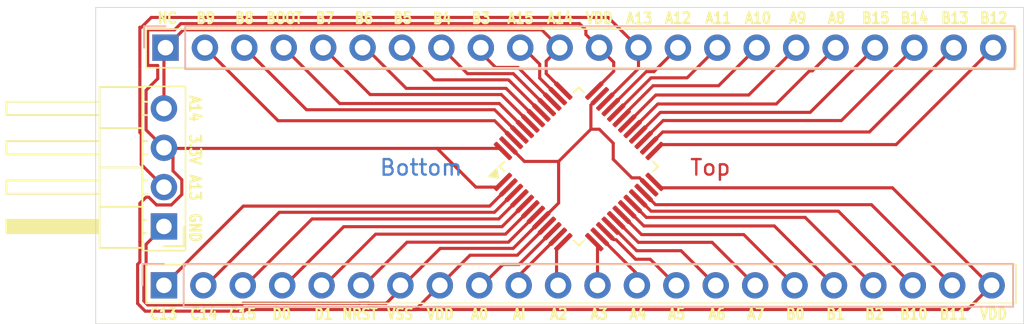
<source format=kicad_pcb>
(kicad_pcb (version 20241229) (generator "pcbnew") (generator_version "9.0")
  (layers (0 "F.Cu" signal) (2 "B.Cu" signal) (13 "F.Paste" user) (15 "B.Paste" user) (5 "F.SilkS" user "F.Silkscreen") (7 "B.SilkS" user "B.Silkscreen") (1 "F.Mask" user) (3 "B.Mask" user) (25 "Edge.Cuts" user))
  (net 0 "")
  (net 1 "/PB11")
  (net 2 "/PB0")
  (net 3 "/PC13-TAMPER-RT C")
  (net 4 "/PA3")
  (net 5 "/PA0")
  (net 6 "/PA4")
  (net 7 "/PC15_OSC32_OUT")
  (net 8 "/PD0_OSC_IN")
  (net 9 "/PB10")
  (net 10 "/PB2")
  (net 11 "/NRST")
  (net 12 "/PA6")
  (net 13 "/PD1_OSC_OUT")
  (net 14 "/PA2")
  (net 15 "/PA1")
  (net 16 "/PB1")
  (net 17 "/PC14_OSC32_IN")
  (net 18 "/PA5")
  (net 19 "/PA7")
  (net 20 "/PB9")
  (net 21 "/PB4")
  (net 22 "/PB12")
  (net 23 "/PB13")
  (net 24 "/PB3")
  (net 25 "/BOOT0")
  (net 26 "/PB8")
  (net 27 "/PA12")
  (net 28 "/PB5")
  (net 29 "/PA11")
  (net 30 "/PA8")
  (net 31 "/PA9")
  (net 32 "/PB7")
  (net 33 "/PB14")
  (net 34 "/PA10")
  (net 35 "/PB6")
  (net 36 "/PB15")
  (net 37 "/PA15")
  (net 38 "/PA13")
  (net 39 "/PA14")
  (net 40 "/VDD")
  (net 41 "/VSS")
  (footprint "Package_QFP:LQFP-48_7x7mm_P0.5mm" (layer "F.Cu") (at 132.907641 101.841422 45)
    (property "Reference" "U1" (hide yes))
    (property "Value" "STM32F103C8T6" (hide yes))
    (fp_line (start -3.61 -3.61) (end -3.61 -3.16) (stroke (width 0.12)) (layer "F.SilkS"))
    (fp_line (start -3.16 -3.61) (end -3.61 -3.61) (stroke (width 0.12)) (layer "F.SilkS"))
    (fp_line (start 3.16 -3.61) (end 3.61 -3.61) (stroke (width 0.12)) (layer "F.SilkS"))
    (fp_line (start 3.61 -3.61) (end 3.61 -3.16) (stroke (width 0.12)) (layer "F.SilkS"))
    (fp_line (start -3.61 3.61) (end -3.61 3.16) (stroke (width 0.12)) (layer "F.SilkS"))
    (fp_line (start -3.16 3.61) (end -3.61 3.61) (stroke (width 0.12)) (layer "F.SilkS"))
    (fp_line (start 3.16 3.61) (end 3.61 3.61) (stroke (width 0.12)) (layer "F.SilkS"))
    (fp_line (start 3.61 3.61) (end 3.61 3.16) (stroke (width 0.12)) (layer "F.SilkS"))
    (fp_poly (pts (xy -4.2 -3.16) (xy -4.54 -3.63) (xy -3.86 -3.63)) (stroke (width 0.12)) (fill yes) (layer "F.SilkS"))
    (pad "1" smd roundrect (at -4.1625 -2.75 45) (size 1.475 0.3) (layers "F.Cu" "F.Mask" "F.Paste") (net 40 "/VDD"))
    (pad "2" smd roundrect (at -4.1625 -2.25 45) (size 1.475 0.3) (layers "F.Cu" "F.Mask" "F.Paste") (net 3 "/PC13-TAMPER-RT C"))
    (pad "3" smd roundrect (at -4.1625 -1.75 45) (size 1.475 0.3) (layers "F.Cu" "F.Mask" "F.Paste") (net 17 "/PC14_OSC32_IN"))
    (pad "4" smd roundrect (at -4.1625 -1.249999 45) (size 1.475 0.3) (layers "F.Cu" "F.Mask" "F.Paste") (net 7 "/PC15_OSC32_OUT"))
    (pad "5" smd roundrect (at -4.1625 -0.75 45) (size 1.475 0.3) (layers "F.Cu" "F.Mask" "F.Paste") (net 8 "/PD0_OSC_IN"))
    (pad "6" smd roundrect (at -4.1625 -0.25 45) (size 1.475 0.3) (layers "F.Cu" "F.Mask" "F.Paste") (net 13 "/PD1_OSC_OUT"))
    (pad "7" smd roundrect (at -4.1625 0.25 45) (size 1.475 0.3) (layers "F.Cu" "F.Mask" "F.Paste") (net 11 "/NRST"))
    (pad "8" smd roundrect (at -4.1625 0.75 45) (size 1.475 0.3) (layers "F.Cu" "F.Mask" "F.Paste") (net 41 "/VSS"))
    (pad "9" smd roundrect (at -4.1625 1.249999 45) (size 1.475 0.3) (layers "F.Cu" "F.Mask" "F.Paste") (net 40 "/VDD"))
    (pad "10" smd roundrect (at -4.1625 1.75 45) (size 1.475 0.3) (layers "F.Cu" "F.Mask" "F.Paste") (net 5 "/PA0"))
    (pad "11" smd roundrect (at -4.1625 2.25 45) (size 1.475 0.3) (layers "F.Cu" "F.Mask" "F.Paste") (net 15 "/PA1"))
    (pad "12" smd roundrect (at -4.1625 2.75 45) (size 1.475 0.3) (layers "F.Cu" "F.Mask" "F.Paste") (net 14 "/PA2"))
    (pad "13" smd roundrect (at -2.75 4.1625 45) (size 0.3 1.475) (layers "F.Cu" "F.Mask" "F.Paste") (net 4 "/PA3"))
    (pad "14" smd roundrect (at -2.25 4.1625 45) (size 0.3 1.475) (layers "F.Cu" "F.Mask" "F.Paste") (net 6 "/PA4"))
    (pad "15" smd roundrect (at -1.75 4.1625 45) (size 0.3 1.475) (layers "F.Cu" "F.Mask" "F.Paste") (net 18 "/PA5"))
    (pad "16" smd roundrect (at -1.249999 4.1625 45) (size 0.3 1.475) (layers "F.Cu" "F.Mask" "F.Paste") (net 12 "/PA6"))
    (pad "17" smd roundrect (at -0.75 4.1625 45) (size 0.3 1.475) (layers "F.Cu" "F.Mask" "F.Paste") (net 19 "/PA7"))
    (pad "18" smd roundrect (at -0.25 4.1625 45) (size 0.3 1.475) (layers "F.Cu" "F.Mask" "F.Paste") (net 2 "/PB0"))
    (pad "19" smd roundrect (at 0.25 4.1625 45) (size 0.3 1.475) (layers "F.Cu" "F.Mask" "F.Paste") (net 16 "/PB1"))
    (pad "20" smd roundrect (at 0.75 4.1625 45) (size 0.3 1.475) (layers "F.Cu" "F.Mask" "F.Paste") (net 10 "/PB2"))
    (pad "21" smd roundrect (at 1.249999 4.1625 45) (size 0.3 1.475) (layers "F.Cu" "F.Mask" "F.Paste") (net 9 "/PB10"))
    (pad "22" smd roundrect (at 1.75 4.1625 45) (size 0.3 1.475) (layers "F.Cu" "F.Mask" "F.Paste") (net 1 "/PB11"))
    (pad "23" smd roundrect (at 2.25 4.1625 45) (size 0.3 1.475) (layers "F.Cu" "F.Mask" "F.Paste") (net 41 "/VSS"))
    (pad "24" smd roundrect (at 2.75 4.1625 45) (size 0.3 1.475) (layers "F.Cu" "F.Mask" "F.Paste") (net 40 "/VDD"))
    (pad "25" smd roundrect (at 4.1625 2.75 45) (size 1.475 0.3) (layers "F.Cu" "F.Mask" "F.Paste") (net 22 "/PB12"))
    (pad "26" smd roundrect (at 4.1625 2.25 45) (size 1.475 0.3) (layers "F.Cu" "F.Mask" "F.Paste") (net 23 "/PB13"))
    (pad "27" smd roundrect (at 4.1625 1.75 45) (size 1.475 0.3) (layers "F.Cu" "F.Mask" "F.Paste") (net 33 "/PB14"))
    (pad "28" smd roundrect (at 4.1625 1.249999 45) (size 1.475 0.3) (layers "F.Cu" "F.Mask" "F.Paste") (net 36 "/PB15"))
    (pad "29" smd roundrect (at 4.1625 0.75 45) (size 1.475 0.3) (layers "F.Cu" "F.Mask" "F.Paste") (net 30 "/PA8"))
    (pad "30" smd roundrect (at 4.1625 0.25 45) (size 1.475 0.3) (layers "F.Cu" "F.Mask" "F.Paste") (net 31 "/PA9"))
    (pad "31" smd roundrect (at 4.1625 -0.25 45) (size 1.475 0.3) (layers "F.Cu" "F.Mask" "F.Paste") (net 34 "/PA10"))
    (pad "32" smd roundrect (at 4.1625 -0.75 45) (size 1.475 0.3) (layers "F.Cu" "F.Mask" "F.Paste") (net 29 "/PA11"))
    (pad "33" smd roundrect (at 4.1625 -1.249999 45) (size 1.475 0.3) (layers "F.Cu" "F.Mask" "F.Paste") (net 27 "/PA12"))
    (pad "34" smd roundrect (at 4.1625 -1.75 45) (size 1.475 0.3) (layers "F.Cu" "F.Mask" "F.Paste") (net 38 "/PA13"))
    (pad "35" smd roundrect (at 4.1625 -2.25 45) (size 1.475 0.3) (layers "F.Cu" "F.Mask" "F.Paste") (net 41 "/VSS"))
    (pad "36" smd roundrect (at 4.1625 -2.75 45) (size 1.475 0.3) (layers "F.Cu" "F.Mask" "F.Paste") (net 40 "/VDD"))
    (pad "37" smd roundrect (at 2.75 -4.1625 45) (size 0.3 1.475) (layers "F.Cu" "F.Mask" "F.Paste") (net 39 "/PA14"))
    (pad "38" smd roundrect (at 2.25 -4.1625 45) (size 0.3 1.475) (layers "F.Cu" "F.Mask" "F.Paste") (net 37 "/PA15"))
    (pad "39" smd roundrect (at 1.75 -4.1625 45) (size 0.3 1.475) (layers "F.Cu" "F.Mask" "F.Paste") (net 24 "/PB3"))
    (pad "40" smd roundrect (at 1.249999 -4.1625 45) (size 0.3 1.475) (layers "F.Cu" "F.Mask" "F.Paste") (net 21 "/PB4"))
    (pad "41" smd roundrect (at 0.75 -4.1625 45) (size 0.3 1.475) (layers "F.Cu" "F.Mask" "F.Paste") (net 28 "/PB5"))
    (pad "42" smd roundrect (at 0.25 -4.1625 45) (size 0.3 1.475) (layers "F.Cu" "F.Mask" "F.Paste") (net 35 "/PB6"))
    (pad "43" smd roundrect (at -0.25 -4.1625 45) (size 0.3 1.475) (layers "F.Cu" "F.Mask" "F.Paste") (net 32 "/PB7"))
    (pad "44" smd roundrect (at -0.75 -4.1625 45) (size 0.3 1.475) (layers "F.Cu" "F.Mask" "F.Paste") (net 25 "/BOOT0"))
    (pad "45" smd roundrect (at -1.249999 -4.1625 45) (size 0.3 1.475) (layers "F.Cu" "F.Mask" "F.Paste") (net 26 "/PB8"))
    (pad "46" smd roundrect (at -1.75 -4.1625 45) (size 0.3 1.475) (layers "F.Cu" "F.Mask" "F.Paste") (net 20 "/PB9"))
    (pad "47" smd roundrect (at -2.25 -4.1625 45) (size 0.3 1.475) (layers "F.Cu" "F.Mask" "F.Paste") (net 41 "/VSS"))
    (pad "48" smd roundrect (at -2.75 -4.1625 45) (size 0.3 1.475) (layers "F.Cu" "F.Mask" "F.Paste") (net 40 "/VDD"))
  )
  (footprint "Connector_PinHeader_2.54mm:PinHeader_1x04_P2.54mm_Horizontal" (layer "F.Cu") (at 106.174078 105.716422 180)
    (property "Reference" "J2" (hide yes))
    (property "Value" "Conn_01x04_Pin" (hide yes))
    (fp_line (start 10.15 8.05) (end 4.15 8.05) (stroke (width 0.12)) (layer "F.SilkS"))
    (fp_line (start 10.15 7.19) (end 10.15 8.05) (stroke (width 0.12)) (layer "F.SilkS"))
    (fp_line (start 10.15 5.51) (end 4.15 5.51) (stroke (width 0.12)) (layer "F.SilkS"))
    (fp_line (start 10.15 4.65) (end 10.15 5.51) (stroke (width 0.12)) (layer "F.SilkS"))
    (fp_line (start 10.15 2.97) (end 4.15 2.97) (stroke (width 0.12)) (layer "F.SilkS"))
    (fp_line (start 10.15 2.11) (end 10.15 2.97) (stroke (width 0.12)) (layer "F.SilkS"))
    (fp_line (start 4.15 9) (end 4.15 -1.38) (stroke (width 0.12)) (layer "F.SilkS"))
    (fp_line (start 4.15 7.19) (end 10.15 7.19) (stroke (width 0.12)) (layer "F.SilkS"))
    (fp_line (start 4.15 4.65) (end 10.15 4.65) (stroke (width 0.12)) (layer "F.SilkS"))
    (fp_line (start 4.15 2.11) (end 10.15 2.11) (stroke (width 0.12)) (layer "F.SilkS"))
    (fp_line (start 4.15 -1.38) (end 1.39 -1.38) (stroke (width 0.12)) (layer "F.SilkS"))
    (fp_line (start 1.39 9) (end 4.15 9) (stroke (width 0.12)) (layer "F.SilkS"))
    (fp_line (start 1.39 6.35) (end 4.15 6.35) (stroke (width 0.12)) (layer "F.SilkS"))
    (fp_line (start 1.39 3.81) (end 4.15 3.81) (stroke (width 0.12)) (layer "F.SilkS"))
    (fp_line (start 1.39 1.27) (end 4.15 1.27) (stroke (width 0.12)) (layer "F.SilkS"))
    (fp_line (start 1.39 -1.38) (end 1.39 9) (stroke (width 0.12)) (layer "F.SilkS"))
    (fp_line (start 1.16 0.43) (end 1.39 0.43) (stroke (width 0.12)) (layer "F.SilkS"))
    (fp_line (start 1.16 -0.43) (end 1.39 -0.43) (stroke (width 0.12)) (layer "F.SilkS"))
    (fp_line (start 1.077358 8.05) (end 1.39 8.05) (stroke (width 0.12)) (layer "F.SilkS"))
    (fp_line (start 1.077358 7.19) (end 1.39 7.19) (stroke (width 0.12)) (layer "F.SilkS"))
    (fp_line (start 1.077358 5.51) (end 1.39 5.51) (stroke (width 0.12)) (layer "F.SilkS"))
    (fp_line (start 1.077358 4.65) (end 1.39 4.65) (stroke (width 0.12)) (layer "F.SilkS"))
    (fp_line (start 1.077358 2.97) (end 1.39 2.97) (stroke (width 0.12)) (layer "F.SilkS"))
    (fp_line (start 1.077358 2.11) (end 1.39 2.11) (stroke (width 0.12)) (layer "F.SilkS"))
    (fp_line (start -1.27 0) (end -1.27 -1.27) (stroke (width 0.12)) (layer "F.SilkS"))
    (fp_line (start -1.27 -1.27) (end 0 -1.27) (stroke (width 0.12)) (layer "F.SilkS"))
    (fp_rect (start 4.15 -0.43) (end 10.15 0.43) (stroke (width 0.12)) (fill yes) (layer "F.SilkS"))
    (pad "1" thru_hole rect (at 0 0 180) (size 1.7 1.7) (drill 1) (layers "*.Cu" "*.Mask") (net 41 "/VSS"))
    (pad "2" thru_hole circle (at 0 2.54 180) (size 1.7 1.7) (drill 1) (layers "*.Cu" "*.Mask") (net 38 "/PA13"))
    (pad "3" thru_hole circle (at 0 5.08 180) (size 1.7 1.7) (drill 1) (layers "*.Cu" "*.Mask") (net 40 "/VDD"))
    (pad "4" thru_hole circle (at 0 7.62 180) (size 1.7 1.7) (drill 1) (layers "*.Cu" "*.Mask") (net 39 "/PA14"))
  )
  (footprint "Connector_PinHeader_2.54mm:PinHeader_1x22_P2.54mm_Vertical" (layer "B.Cu") (at 106.275078 94.176422 -90)
    (property "Reference" "J1" (hide yes))
    (property "Value" "Conn_01x22_Pin" (hide yes))
    (fp_line (start -1.38 1.38) (end 0 1.38) (stroke (width 0.12)) (layer "B.SilkS"))
    (fp_line (start -1.38 0) (end -1.38 1.38) (stroke (width 0.12)) (layer "B.SilkS"))
    (fp_line (start -1.38 -1.27) (end 1.38 -1.27) (stroke (width 0.12)) (layer "B.SilkS"))
    (fp_line (start -1.38 -1.27) (end -1.38 -54.72) (stroke (width 0.12)) (layer "B.SilkS"))
    (fp_line (start 1.38 -1.27) (end 1.38 -54.72) (stroke (width 0.12)) (layer "B.SilkS"))
    (fp_line (start -1.38 -54.72) (end 1.38 -54.72) (stroke (width 0.12)) (layer "B.SilkS"))
    (pad "1" thru_hole rect (at 0 0 270) (size 1.7 1.7) (drill 1) (layers "*.Cu" "*.Mask") (net 39 "/PA14"))
    (pad "2" thru_hole circle (at 0 -2.54 270) (size 1.7 1.7) (drill 1) (layers "*.Cu" "*.Mask") (net 20 "/PB9"))
    (pad "3" thru_hole circle (at 0 -5.08 270) (size 1.7 1.7) (drill 1) (layers "*.Cu" "*.Mask") (net 26 "/PB8"))
    (pad "4" thru_hole circle (at 0 -7.62 270) (size 1.7 1.7) (drill 1) (layers "*.Cu" "*.Mask") (net 25 "/BOOT0"))
    (pad "5" thru_hole circle (at 0 -10.16 270) (size 1.7 1.7) (drill 1) (layers "*.Cu" "*.Mask") (net 32 "/PB7"))
    (pad "6" thru_hole circle (at 0 -12.7 270) (size 1.7 1.7) (drill 1) (layers "*.Cu" "*.Mask") (net 35 "/PB6"))
    (pad "7" thru_hole circle (at 0 -15.24 270) (size 1.7 1.7) (drill 1) (layers "*.Cu" "*.Mask") (net 28 "/PB5"))
    (pad "8" thru_hole circle (at 0 -17.78 270) (size 1.7 1.7) (drill 1) (layers "*.Cu" "*.Mask") (net 21 "/PB4"))
    (pad "9" thru_hole circle (at 0 -20.32 270) (size 1.7 1.7) (drill 1) (layers "*.Cu" "*.Mask") (net 24 "/PB3"))
    (pad "10" thru_hole circle (at 0 -22.86 270) (size 1.7 1.7) (drill 1) (layers "*.Cu" "*.Mask") (net 37 "/PA15"))
    (pad "11" thru_hole circle (at 0 -25.4 270) (size 1.7 1.7) (drill 1) (layers "*.Cu" "*.Mask") (net 39 "/PA14"))
    (pad "12" thru_hole circle (at 0 -27.94 270) (size 1.7 1.7) (drill 1) (layers "*.Cu" "*.Mask") (net 40 "/VDD"))
    (pad "13" thru_hole circle (at 0 -30.48 270) (size 1.7 1.7) (drill 1) (layers "*.Cu" "*.Mask") (net 38 "/PA13"))
    (pad "14" thru_hole circle (at 0 -33.02 270) (size 1.7 1.7) (drill 1) (layers "*.Cu" "*.Mask") (net 27 "/PA12"))
    (pad "15" thru_hole circle (at 0 -35.56 270) (size 1.7 1.7) (drill 1) (layers "*.Cu" "*.Mask") (net 29 "/PA11"))
    (pad "16" thru_hole circle (at 0 -38.1 270) (size 1.7 1.7) (drill 1) (layers "*.Cu" "*.Mask") (net 34 "/PA10"))
    (pad "17" thru_hole circle (at 0 -40.64 270) (size 1.7 1.7) (drill 1) (layers "*.Cu" "*.Mask") (net 31 "/PA9"))
    (pad "18" thru_hole circle (at 0 -43.18 270) (size 1.7 1.7) (drill 1) (layers "*.Cu" "*.Mask") (net 30 "/PA8"))
    (pad "19" thru_hole circle (at 0 -45.72 270) (size 1.7 1.7) (drill 1) (layers "*.Cu" "*.Mask") (net 36 "/PB15"))
    (pad "20" thru_hole circle (at 0 -48.26 270) (size 1.7 1.7) (drill 1) (layers "*.Cu" "*.Mask") (net 33 "/PB14"))
    (pad "21" thru_hole circle (at 0 -50.8 270) (size 1.7 1.7) (drill 1) (layers "*.Cu" "*.Mask") (net 23 "/PB13"))
    (pad "22" thru_hole circle (at 0 -53.34 270) (size 1.7 1.7) (drill 1) (layers "*.Cu" "*.Mask") (net 22 "/PB12"))
  )
  (footprint "Connector_PinHeader_2.54mm:PinHeader_1x22_P2.54mm_Vertical" (layer "B.Cu") (at 106.174078 109.516422 -90)
    (property "Reference" "J3" (hide yes))
    (property "Value" "Conn_01x22_Pin" (hide yes))
    (fp_line (start -1.38 1.38) (end 0 1.38) (stroke (width 0.12)) (layer "B.SilkS"))
    (fp_line (start -1.38 0) (end -1.38 1.38) (stroke (width 0.12)) (layer "B.SilkS"))
    (fp_line (start -1.38 -1.27) (end 1.38 -1.27) (stroke (width 0.12)) (layer "B.SilkS"))
    (fp_line (start -1.38 -1.27) (end -1.38 -54.72) (stroke (width 0.12)) (layer "B.SilkS"))
    (fp_line (start 1.38 -1.27) (end 1.38 -54.72) (stroke (width 0.12)) (layer "B.SilkS"))
    (fp_line (start -1.38 -54.72) (end 1.38 -54.72) (stroke (width 0.12)) (layer "B.SilkS"))
    (pad "1" thru_hole rect (at 0 0 270) (size 1.7 1.7) (drill 1) (layers "*.Cu" "*.Mask") (net 3 "/PC13-TAMPER-RT C"))
    (pad "2" thru_hole circle (at 0 -2.54 270) (size 1.7 1.7) (drill 1) (layers "*.Cu" "*.Mask") (net 17 "/PC14_OSC32_IN"))
    (pad "3" thru_hole circle (at 0 -5.08 270) (size 1.7 1.7) (drill 1) (layers "*.Cu" "*.Mask") (net 7 "/PC15_OSC32_OUT"))
    (pad "4" thru_hole circle (at 0 -7.62 270) (size 1.7 1.7) (drill 1) (layers "*.Cu" "*.Mask") (net 8 "/PD0_OSC_IN"))
    (pad "5" thru_hole circle (at 0 -10.16 270) (size 1.7 1.7) (drill 1) (layers "*.Cu" "*.Mask") (net 13 "/PD1_OSC_OUT"))
    (pad "6" thru_hole circle (at 0 -12.7 270) (size 1.7 1.7) (drill 1) (layers "*.Cu" "*.Mask") (net 11 "/NRST"))
    (pad "7" thru_hole circle (at 0 -15.24 270) (size 1.7 1.7) (drill 1) (layers "*.Cu" "*.Mask") (net 41 "/VSS"))
    (pad "8" thru_hole circle (at 0 -17.78 270) (size 1.7 1.7) (drill 1) (layers "*.Cu" "*.Mask") (net 40 "/VDD"))
    (pad "9" thru_hole circle (at 0 -20.32 270) (size 1.7 1.7) (drill 1) (layers "*.Cu" "*.Mask") (net 5 "/PA0"))
    (pad "10" thru_hole circle (at 0 -22.86 270) (size 1.7 1.7) (drill 1) (layers "*.Cu" "*.Mask") (net 15 "/PA1"))
    (pad "11" thru_hole circle (at 0 -25.4 270) (size 1.7 1.7) (drill 1) (layers "*.Cu" "*.Mask") (net 14 "/PA2"))
    (pad "12" thru_hole circle (at 0 -27.94 270) (size 1.7 1.7) (drill 1) (layers "*.Cu" "*.Mask") (net 4 "/PA3"))
    (pad "13" thru_hole circle (at 0 -30.48 270) (size 1.7 1.7) (drill 1) (layers "*.Cu" "*.Mask") (net 6 "/PA4"))
    (pad "14" thru_hole circle (at 0 -33.02 270) (size 1.7 1.7) (drill 1) (layers "*.Cu" "*.Mask") (net 18 "/PA5"))
    (pad "15" thru_hole circle (at 0 -35.56 270) (size 1.7 1.7) (drill 1) (layers "*.Cu" "*.Mask") (net 12 "/PA6"))
    (pad "16" thru_hole circle (at 0 -38.1 270) (size 1.7 1.7) (drill 1) (layers "*.Cu" "*.Mask") (net 19 "/PA7"))
    (pad "17" thru_hole circle (at 0 -40.64 270) (size 1.7 1.7) (drill 1) (layers "*.Cu" "*.Mask") (net 2 "/PB0"))
    (pad "18" thru_hole circle (at 0 -43.18 270) (size 1.7 1.7) (drill 1) (layers "*.Cu" "*.Mask") (net 16 "/PB1"))
    (pad "19" thru_hole circle (at 0 -45.72 270) (size 1.7 1.7) (drill 1) (layers "*.Cu" "*.Mask") (net 10 "/PB2"))
    (pad "20" thru_hole circle (at 0 -48.26 270) (size 1.7 1.7) (drill 1) (layers "*.Cu" "*.Mask") (net 9 "/PB10"))
    (pad "21" thru_hole circle (at 0 -50.8 270) (size 1.7 1.7) (drill 1) (layers "*.Cu" "*.Mask") (net 1 "/PB11"))
    (pad "22" thru_hole circle (at 0 -53.34 270) (size 1.7 1.7) (drill 1) (layers "*.Cu" "*.Mask") (net 40 "/VDD"))
  )
  (gr_rect (start 104.775078 96.676422) (end 107.565078 107.276422) (stroke (width 0.1)) (fill no) (layer "F.SilkS"))
  (gr_rect (start 105.025078 92.976422) (end 161.075078 95.476422) (stroke (width 0.1)) (fill no) (layer "F.SilkS"))
  (gr_rect (start 105.025078 108.176422) (end 161.075078 110.676422) (stroke (width 0.1)) (fill no) (layer "F.SilkS"))
  (gr_rect (start 101.775078 91.576422) (end 161.575078 112) (stroke (width 0.05)) (fill no) (layer "Edge.Cuts"))
  (gr_text "Top" (at 140 102.5 0) (layer "F.Cu") (effects (font (size 1 1)) (justify left bottom)))
  (gr_text "Bottom" (at 120 102.5 0) (layer "B.Cu") (effects (font (size 1 1)) (justify left bottom)))
  (gr_text "VDD" (at 133.275078 92.676422 0) (layer "F.SilkS") (effects (font (size 0.7 0.6) (thickness 0.15) (bold yes)) (justify left bottom)))
  (gr_text "A10\n" (at 143.525078 92.676422 0) (layer "F.SilkS") (effects (font (size 0.7 0.6) (thickness 0.15) (bold yes)) (justify left bottom)))
  (gr_text "A0" (at 125.875078 111.776422 0) (layer "F.SilkS") (effects (font (size 0.7 0.6) (thickness 0.15) (bold yes)) (justify left bottom)))
  (gr_text "B4\n\n" (at 123.425078 93.826422 0) (layer "F.SilkS") (effects (font (size 0.7 0.6) (thickness 0.15) (bold yes)) (justify left bottom)))
  (gr_text "B2" (at 151.275078 111.776422 0) (layer "F.SilkS") (effects (font (size 0.7 0.6) (thickness 0.15) (bold yes)) (justify left bottom)))
  (gr_text "\nB9\n" (at 108.175078 92.676422 0) (layer "F.SilkS") (effects (font (size 0.7 0.6) (thickness 0.15) (bold yes)) (justify left bottom)))
  (gr_text "C13" (at 105.175078 111.776422 0) (layer "F.SilkS") (effects (font (size 0.7 0.6) (thickness 0.15) (bold yes)) (justify left bottom)))
  (gr_text "B0" (at 146.175078 111.776422 0) (layer "F.SilkS") (effects (font (size 0.7 0.6) (thickness 0.15) (bold yes)) (justify left bottom)))
  (gr_text "B3" (at 125.925078 92.676422 0) (layer "F.SilkS") (effects (font (size 0.7 0.6) (thickness 0.15) (bold yes)) (justify left bottom)))
  (gr_text "B11" (at 156.075078 111.776422 0) (layer "F.SilkS") (effects (font (size 0.7 0.6) (thickness 0.15) (bold yes)) (justify left bottom)))
  (gr_text "A11\n" (at 140.975078 92.676422 0) (layer "F.SilkS") (effects (font (size 0.7 0.6) (thickness 0.15) (bold yes)) (justify left bottom)))
  (gr_text "B1" (at 148.775078 111.776422 0) (layer "F.SilkS") (effects (font (size 0.7 0.6) (thickness 0.15) (bold yes)) (justify left bottom)))
  (gr_text "C15\n" (at 110.275078 111.776422 0) (layer "F.SilkS") (effects (font (size 0.7 0.6) (thickness 0.15) (bold yes)) (justify left bottom)))
  (gr_text "A8\n" (at 148.875078 92.676422 0) (layer "F.SilkS") (effects (font (size 0.7 0.6) (thickness 0.15) (bold yes)) (justify left bottom)))
  (gr_text "B5" (at 120.875078 92.676422 0) (layer "F.SilkS") (effects (font (size 0.7 0.6) (thickness 0.15) (bold yes)) (justify left bottom)))
  (gr_text "A14" (at 107.775078 97.176422 270) (layer "F.SilkS") (effects (font (size 0.7 0.6) (thickness 0.15) (bold yes)) (justify left bottom)))
  (gr_text "B12\n" (at 158.675078 92.676422 0) (layer "F.SilkS") (effects (font (size 0.7 0.6) (thickness 0.15) (bold yes)) (justify left bottom)))
  (gr_text "GND" (at 107.775078 104.776422 270) (layer "F.SilkS") (effects (font (size 0.7 0.6) (thickness 0.15) (bold yes)) (justify left bottom)))
  (gr_text "A6" (at 141.175078 111.776422 0) (layer "F.SilkS") (effects (font (size 0.7 0.6) (thickness 0.15) (bold yes)) (justify left bottom)))
  (gr_text "NC" (at 105.675078 92.676422 0) (layer "F.SilkS") (effects (font (size 0.7 0.6) (thickness 0.15) (bold yes)) (justify left bottom)))
  (gr_text "D0\n" (at 113.075078 111.776422 0) (layer "F.SilkS") (effects (font (size 0.7 0.6) (thickness 0.15) (bold yes)) (justify left bottom)))
  (gr_text "A9" (at 146.375078 92.676422 0) (layer "F.SilkS") (effects (font (size 0.7 0.6) (thickness 0.15) (bold yes)) (justify left bottom)))
  (gr_text "VDD" (at 158.675078 111.776422 0) (layer "F.SilkS") (effects (font (size 0.7 0.6) (thickness 0.15) (bold yes)) (justify left bottom)))
  (gr_text "AI" (at 128.575078 111.776422 0) (layer "F.SilkS") (effects (font (size 0.7 0.6) (thickness 0.15) (bold yes)) (justify left bottom)))
  (gr_text "A7" (at 143.675078 111.776422 0) (layer "F.SilkS") (effects (font (size 0.7 0.6) (thickness 0.15) (bold yes)) (justify left bottom)))
  (gr_text "B13\n" (at 156.175078 92.676422 0) (layer "F.SilkS") (effects (font (size 0.7 0.6) (thickness 0.15) (bold yes)) (justify left bottom)))
  (gr_text "VDD" (at 123.025078 111.776422 0) (layer "F.SilkS") (effects (font (size 0.7 0.6) (thickness 0.15) (bold yes)) (justify left bottom)))
  (gr_text "B15" (at 151.075078 92.676422 0) (layer "F.SilkS") (effects (font (size 0.7 0.6) (thickness 0.15) (bold yes)) (justify left bottom)))
  (gr_text "B14\n" (at 153.575078 92.676422 0) (layer "F.SilkS") (effects (font (size 0.7 0.6) (thickness 0.15) (bold yes)) (justify left bottom)))
  (gr_text "B7\n" (at 115.875078 92.676422 0) (layer "F.SilkS") (effects (font (size 0.7 0.6) (thickness 0.15) (bold yes)) (justify left bottom)))
  (gr_text "A2" (at 130.975078 111.776422 0) (layer "F.SilkS") (effects (font (size 0.7 0.6) (thickness 0.15) (bold yes)) (justify left bottom)))
  (gr_text "A13\n\n" (at 135.875078 93.826422 0) (layer "F.SilkS") (effects (font (size 0.7 0.6) (thickness 0.15) (bold yes)) (justify left bottom)))
  (gr_text "D1\n" (at 115.775078 111.776422 0) (layer "F.SilkS") (effects (font (size 0.7 0.6) (thickness 0.15) (bold yes)) (justify left bottom)))
  (gr_text "NRST" (at 117.575078 111.776422 0) (layer "F.SilkS") (effects (font (size 0.7 0.6) (thickness 0.15) (bold yes)) (justify left bottom)))
  (gr_text "A13" (at 107.775078 102.276422 270) (layer "F.SilkS") (effects (font (size 0.7 0.6) (thickness 0.15) (bold yes)) (justify left bottom)))
  (gr_text "BOOT" (at 112.675078 92.676422 0) (layer "F.SilkS") (effects (font (size 0.7 0.6) (thickness 0.15) (bold yes)) (justify left bottom)))
  (gr_text "A14\n" (at 130.775078 92.676422 0) (layer "F.SilkS") (effects (font (size 0.7 0.6) (thickness 0.15) (bold yes)) (justify left bottom)))
  (gr_text "A4" (at 136.075078 111.776422 0) (layer "F.SilkS") (effects (font (size 0.7 0.6) (thickness 0.15) (bold yes)) (justify left bottom)))
  (gr_text "A15\n" (at 128.225078 92.676422 0) (layer "F.SilkS") (effects (font (size 0.7 0.6) (thickness 0.15) (bold yes)) (justify left bottom)))
  (gr_text "3.3V" (at 107.775078 99.676422 270) (layer "F.SilkS") (effects (font (size 0.7 0.6) (thickness 0.15) (bold yes)) (justify left bottom)))
  (gr_text "A12\n" (at 138.375078 92.676422 0) (layer "F.SilkS") (effects (font (size 0.7 0.6) (thickness 0.15) (bold yes)) (justify left bottom)))
  (gr_text "B6" (at 118.375078 92.676422 0) (layer "F.SilkS") (effects (font (size 0.7 0.6) (thickness 0.15) (bold yes)) (justify left bottom)))
  (gr_text "C14\n" (at 107.775078 111.776422 0) (layer "F.SilkS") (effects (font (size 0.7 0.6) (thickness 0.15) (bold yes)) (justify left bottom)))
  (gr_text "B10" (at 153.525078 111.776422 0) (layer "F.SilkS") (effects (font (size 0.7 0.6) (thickness 0.15) (bold yes)) (justify left bottom)))
  (gr_text "A5" (at 138.575078 111.776422 0) (layer "F.SilkS") (effects (font (size 0.7 0.6) (thickness 0.15) (bold yes)) (justify left bottom)))
  (gr_text "B8\n" (at 110.675078 92.676422 0) (layer "F.SilkS") (effects (font (size 0.7 0.6) (thickness 0.15) (bold yes)) (justify left bottom)))
  (gr_text "A3" (at 133.575078 111.776422 0) (layer "F.SilkS") (effects (font (size 0.7 0.6) (thickness 0.15) (bold yes)) (justify left bottom)))
  (gr_text "VSS" (at 120.475078 111.776422 0) (layer "F.SilkS") (effects (font (size 0.7 0.6) (thickness 0.15) (bold yes)) (justify left bottom)))
  (segment (start 156.974078 109.516422) (end 156.886516 109.42886) (width 0.2) (layer "F.Cu") (net 1))
  (segment (start 156.886516 109.42886) (end 156.875078 109.42886) (width 0.2) (layer "F.Cu") (net 1))
  (segment (start 156.970078 109.611422) (end 157.057641 109.611422) (width 0.2) (layer "F.Cu") (net 1))
  (segment (start 151.769078 104.311422) (end 156.974078 109.516422) (width 0.2) (layer "F.Cu") (net 1))
  (segment (start 137.08841 103.547317) (end 137.852515 104.311422) (width 0.2) (layer "F.Cu") (net 1))
  (segment (start 137.852515 104.311422) (end 151.769078 104.311422) (width 0.2) (layer "F.Cu") (net 1))
  (segment (start 143.539078 106.241422) (end 146.814078 109.516422) (width 0.2) (layer "F.Cu") (net 2))
  (segment (start 146.814078 109.516422) (end 146.715078 109.516422) (width 0.2) (layer "F.Cu") (net 2))
  (segment (start 136.954087 106.241422) (end 143.539078 106.241422) (width 0.2) (layer "F.Cu") (net 2))
  (segment (start 135.674196 104.961531) (end 136.954087 106.241422) (width 0.2) (layer "F.Cu") (net 2))
  (segment (start 111.290078 104.400422) (end 106.257641 109.432859) (width 0.2) (layer "F.Cu") (net 3))
  (segment (start 128.373319 103.193764) (end 127.166661 104.400422) (width 0.2) (layer "F.Cu") (net 3))
  (segment (start 127.166661 104.400422) (end 111.290078 104.400422) (width 0.2) (layer "F.Cu") (net 3))
  (segment (start 106.257641 109.432859) (end 106.257641 109.611422) (width 0.2) (layer "F.Cu") (net 3))
  (segment (start 134.114078 106.936947) (end 134.114078 109.516422) (width 0.2) (layer "F.Cu") (net 4))
  (segment (start 133.906429 106.729298) (end 134.114078 106.936947) (width 0.2) (layer "F.Cu") (net 4))
  (segment (start 128.017641 108.171422) (end 126.577641 109.611422) (width 0.2) (layer "F.Cu") (net 5))
  (segment (start 131.201746 106.022191) (end 129.052515 108.171422) (width 0.2) (layer "F.Cu") (net 5))
  (segment (start 129.052515 108.171422) (end 128.017641 108.171422) (width 0.2) (layer "F.Cu") (net 5))
  (segment (start 136.555078 109.417422) (end 136.654078 109.516422) (width 0.2) (layer "F.Cu") (net 6))
  (segment (start 136.650078 109.611422) (end 136.737641 109.611422) (width 0.2) (layer "F.Cu") (net 6))
  (segment (start 136.555078 108.670839) (end 136.555078 109.417422) (width 0.2) (layer "F.Cu") (net 6))
  (segment (start 134.259983 106.375744) (end 136.555078 108.670839) (width 0.2) (layer "F.Cu") (net 6))
  (segment (start 129.080426 103.900871) (end 127.749875 105.231422) (width 0.2) (layer "F.Cu") (net 7))
  (segment (start 127.749875 105.231422) (end 115.717641 105.231422) (width 0.2) (layer "F.Cu") (net 7))
  (segment (start 115.717641 105.231422) (end 111.337641 109.611422) (width 0.2) (layer "F.Cu") (net 7))
  (segment (start 117.757641 105.731422) (end 113.877641 109.611422) (width 0.2) (layer "F.Cu") (net 8))
  (segment (start 127.956981 105.731422) (end 117.757641 105.731422) (width 0.2) (layer "F.Cu") (net 8))
  (segment (start 129.433979 104.254424) (end 127.956981 105.731422) (width 0.2) (layer "F.Cu") (net 8))
  (segment (start 154.422641 109.516422) (end 154.434078 109.516422) (width 0.2) (layer "F.Cu") (net 9))
  (segment (start 137.564407 104.730422) (end 149.636641 104.730422) (width 0.2) (layer "F.Cu") (net 9))
  (segment (start 154.434078 109.516422) (end 154.335078 109.516422) (width 0.2) (layer "F.Cu") (net 9))
  (segment (start 136.734856 103.900871) (end 137.564407 104.730422) (width 0.2) (layer "F.Cu") (net 9))
  (segment (start 149.636641 104.730422) (end 154.422641 109.516422) (width 0.2) (layer "F.Cu") (net 9))
  (segment (start 137.258301 105.131422) (end 147.497641 105.131422) (width 0.2) (layer "F.Cu") (net 10))
  (segment (start 136.381303 104.254424) (end 137.258301 105.131422) (width 0.2) (layer "F.Cu") (net 10))
  (segment (start 147.497641 105.131422) (end 151.882641 109.516422) (width 0.2) (layer "F.Cu") (net 10))
  (segment (start 151.882641 109.516422) (end 151.894078 109.516422) (width 0.2) (layer "F.Cu") (net 10))
  (segment (start 151.894078 109.516422) (end 151.795078 109.516422) (width 0.2) (layer "F.Cu") (net 10))
  (segment (start 130.141086 104.961531) (end 128.372195 106.730422) (width 0.2) (layer "F.Cu") (net 11))
  (segment (start 121.838641 106.730422) (end 118.957641 109.611422) (width 0.2) (layer "F.Cu") (net 11))
  (segment (start 128.372195 106.730422) (end 121.838641 106.730422) (width 0.2) (layer "F.Cu") (net 11))
  (segment (start 134.96709 105.668637) (end 135.024856 105.668637) (width 0.2) (layer "F.Cu") (net 12))
  (segment (start 139.499078 107.281422) (end 141.817641 109.599985) (width 0.2) (layer "F.Cu") (net 12))
  (segment (start 136.637641 107.281422) (end 139.499078 107.281422) (width 0.2) (layer "F.Cu") (net 12))
  (segment (start 135.024856 105.668637) (end 136.637641 107.281422) (width 0.2) (layer "F.Cu") (net 12))
  (segment (start 141.817641 109.599985) (end 141.817641 109.611422) (width 0.2) (layer "F.Cu") (net 12))
  (segment (start 129.787532 104.607977) (end 128.184087 106.211422) (width 0.2) (layer "F.Cu") (net 13))
  (segment (start 128.184087 106.211422) (end 119.817641 106.211422) (width 0.2) (layer "F.Cu") (net 13))
  (segment (start 119.817641 106.211422) (end 116.417641 109.611422) (width 0.2) (layer "F.Cu") (net 13))
  (segment (start 131.562641 109.516422) (end 131.657641 109.611422) (width 0.2) (layer "F.Cu") (net 14))
  (segment (start 131.475078 107.163073) (end 131.475078 109.516422) (width 0.2) (layer "F.Cu") (net 14))
  (segment (start 131.908853 106.729298) (end 131.475078 107.163073) (width 0.2) (layer "F.Cu") (net 14))
  (segment (start 131.475078 109.516422) (end 131.562641 109.516422) (width 0.2) (layer "F.Cu") (net 14))
  (segment (start 129.117641 108.813402) (end 129.117641 109.611422) (width 0.2) (layer "F.Cu") (net 15))
  (segment (start 131.555299 106.375744) (end 129.117641 108.813402) (width 0.2) (layer "F.Cu") (net 15))
  (segment (start 136.02775 104.607977) (end 137.101195 105.681422) (width 0.2) (layer "F.Cu") (net 16))
  (segment (start 137.101195 105.681422) (end 145.507641 105.681422) (width 0.2) (layer "F.Cu") (net 16))
  (segment (start 145.507641 105.681422) (end 149.342641 109.516422) (width 0.2) (layer "F.Cu") (net 16))
  (segment (start 149.342641 109.516422) (end 149.354078 109.516422) (width 0.2) (layer "F.Cu") (net 16))
  (segment (start 149.354078 109.516422) (end 149.255078 109.516422) (width 0.2) (layer "F.Cu") (net 16))
  (segment (start 113.607641 104.801422) (end 108.797641 109.611422) (width 0.2) (layer "F.Cu") (net 17))
  (segment (start 128.726872 103.547317) (end 127.472767 104.801422) (width 0.2) (layer "F.Cu") (net 17))
  (segment (start 127.472767 104.801422) (end 113.607641 104.801422) (width 0.2) (layer "F.Cu") (net 17))
  (segment (start 137.509078 107.831422) (end 139.194078 109.516422) (width 0.2) (layer "F.Cu") (net 18))
  (segment (start 136.567641 107.831422) (end 137.509078 107.831422) (width 0.2) (layer "F.Cu") (net 18))
  (segment (start 135.158943 106.567598) (end 135.303817 106.567598) (width 0.2) (layer "F.Cu") (net 18))
  (segment (start 134.613536 106.022191) (end 135.158943 106.567598) (width 0.2) (layer "F.Cu") (net 18))
  (segment (start 135.303817 106.567598) (end 136.567641 107.831422) (width 0.2) (layer "F.Cu") (net 18))
  (segment (start 139.194078 109.516422) (end 139.095078 109.516422) (width 0.2) (layer "F.Cu") (net 18))
  (segment (start 141.499078 106.741422) (end 144.357641 109.599985) (width 0.2) (layer "F.Cu") (net 19))
  (segment (start 144.357641 109.599985) (end 144.357641 109.611422) (width 0.2) (layer "F.Cu") (net 19))
  (segment (start 136.746981 106.741422) (end 141.499078 106.741422) (width 0.2) (layer "F.Cu") (net 19))
  (segment (start 135.320643 105.315084) (end 136.746981 106.741422) (width 0.2) (layer "F.Cu") (net 19))
  (segment (start 127.482767 98.891422) (end 113.530078 98.891422) (width 0.2) (layer "F.Cu") (net 20))
  (segment (start 113.530078 98.891422) (end 108.827641 94.188985) (width 0.2) (layer "F.Cu") (net 20))
  (segment (start 108.827641 94.188985) (end 108.827641 94.001422) (width 0.2) (layer "F.Cu") (net 20))
  (segment (start 128.726872 100.135527) (end 127.482767 98.891422) (width 0.2) (layer "F.Cu") (net 20))
  (segment (start 128.686407 95.852422) (end 125.731078 95.852422) (width 0.2) (layer "F.Cu") (net 21))
  (segment (start 130.848192 98.014207) (end 128.686407 95.852422) (width 0.2) (layer "F.Cu") (net 21))
  (segment (start 125.731078 95.852422) (end 124.067641 94.188985) (width 0.2) (layer "F.Cu") (net 21))
  (segment (start 124.067641 94.188985) (end 124.067641 94.001422) (width 0.2) (layer "F.Cu") (net 21))
  (segment (start 137.795517 100.842634) (end 138.205919 100.432232) (width 0.2) (layer "F.Cu") (net 22))
  (segment (start 138.205919 100.432232) (end 153.359268 100.432232) (width 0.2) (layer "F.Cu") (net 22))
  (segment (start 153.359268 100.432232) (end 159.615078 94.176422) (width 0.2) (layer "F.Cu") (net 22))
  (segment (start 159.615078 94.176422) (end 159.715078 94.176422) (width 0.2) (layer "F.Cu") (net 22))
  (segment (start 151.633231 99.618269) (end 157.075078 94.176422) (width 0.2) (layer "F.Cu") (net 23))
  (segment (start 138.312774 99.618269) (end 151.633231 99.618269) (width 0.2) (layer "F.Cu") (net 23))
  (segment (start 137.441963 100.48908) (end 138.312774 99.618269) (width 0.2) (layer "F.Cu") (net 23))
  (segment (start 131.201746 97.660653) (end 128.992515 95.451422) (width 0.2) (layer "F.Cu") (net 24))
  (segment (start 126.607641 94.163859) (end 126.607641 94.001422) (width 0.2) (layer "F.Cu") (net 24))
  (segment (start 127.547641 95.451422) (end 126.595078 94.498859) (width 0.2) (layer "F.Cu") (net 24))
  (segment (start 128.992515 95.451422) (end 127.547641 95.451422) (width 0.2) (layer "F.Cu") (net 24))
  (segment (start 126.595078 94.498859) (end 126.595078 94.176422) (width 0.2) (layer "F.Cu") (net 24))
  (segment (start 126.595078 94.176422) (end 126.607641 94.163859) (width 0.2) (layer "F.Cu") (net 24))
  (segment (start 129.433979 99.42842) (end 127.786981 97.781422) (width 0.2) (layer "F.Cu") (net 25))
  (segment (start 127.786981 97.781422) (end 117.500078 97.781422) (width 0.2) (layer "F.Cu") (net 25))
  (segment (start 117.500078 97.781422) (end 113.907641 94.188985) (width 0.2) (layer "F.Cu") (net 25))
  (segment (start 113.907641 94.188985) (end 113.907641 94.001422) (width 0.2) (layer "F.Cu") (net 25))
  (segment (start 129.080426 99.781973) (end 127.480875 98.182422) (width 0.2) (layer "F.Cu") (net 26))
  (segment (start 127.480875 98.182422) (end 115.361078 98.182422) (width 0.2) (layer "F.Cu") (net 26))
  (segment (start 115.361078 98.182422) (end 111.367641 94.188985) (width 0.2) (layer "F.Cu") (net 26))
  (segment (start 111.367641 94.188985) (end 111.367641 94.001422) (width 0.2) (layer "F.Cu") (net 26))
  (segment (start 139.295078 94.176422) (end 137.750078 95.721422) (width 0.2) (layer "F.Cu") (net 27))
  (segment (start 137.259875 95.721422) (end 134.96709 98.014207) (width 0.2) (layer "F.Cu") (net 27))
  (segment (start 137.750078 95.721422) (end 137.259875 95.721422) (width 0.2) (layer "F.Cu") (net 27))
  (segment (start 130.494639 98.36776) (end 128.380301 96.253422) (width 0.2) (layer "F.Cu") (net 28))
  (segment (start 123.592078 96.253422) (end 121.515078 94.176422) (width 0.2) (layer "F.Cu") (net 28))
  (segment (start 128.380301 96.253422) (end 123.592078 96.253422) (width 0.2) (layer "F.Cu") (net 28))
  (segment (start 137.565981 96.122422) (end 135.320643 98.36776) (width 0.2) (layer "F.Cu") (net 29))
  (segment (start 141.935078 94.176422) (end 141.835078 94.176422) (width 0.2) (layer "F.Cu") (net 29))
  (segment (start 139.889078 96.122422) (end 137.565981 96.122422) (width 0.2) (layer "F.Cu") (net 29))
  (segment (start 141.835078 94.176422) (end 139.889078 96.122422) (width 0.2) (layer "F.Cu") (net 29))
  (segment (start 147.955078 95.676422) (end 147.769078 95.676422) (width 0.2) (layer "F.Cu") (net 30))
  (segment (start 145.634078 97.811422) (end 137.998301 97.811422) (width 0.2) (layer "F.Cu") (net 30))
  (segment (start 137.998301 97.811422) (end 136.381303 99.42842) (width 0.2) (layer "F.Cu") (net 30))
  (segment (start 147.769078 95.676422) (end 145.634078 97.811422) (width 0.2) (layer "F.Cu") (net 30))
  (segment (start 149.455078 94.176422) (end 147.955078 95.676422) (width 0.2) (layer "F.Cu") (net 30))
  (segment (start 143.860078 97.231422) (end 137.871195 97.231422) (width 0.2) (layer "F.Cu") (net 31))
  (segment (start 137.871195 97.231422) (end 136.02775 99.074867) (width 0.2) (layer "F.Cu") (net 31))
  (segment (start 146.915078 94.176422) (end 143.860078 97.231422) (width 0.2) (layer "F.Cu") (net 31))
  (segment (start 116.447641 94.001422) (end 116.447641 94.188985) (width 0.2) (layer "F.Cu") (net 32))
  (segment (start 127.915087 97.202422) (end 129.787532 99.074867) (width 0.2) (layer "F.Cu") (net 32))
  (segment (start 119.461078 97.202422) (end 127.915087 97.202422) (width 0.2) (layer "F.Cu") (net 32))
  (segment (start 116.447641 94.188985) (end 119.461078 97.202422) (width 0.2) (layer "F.Cu") (net 32))
  (segment (start 138.343639 98.880298) (end 149.831202 98.880298) (width 0.2) (layer "F.Cu") (net 33))
  (segment (start 149.831202 98.880298) (end 154.535078 94.176422) (width 0.2) (layer "F.Cu") (net 33))
  (segment (start 137.08841 100.135527) (end 138.343639 98.880298) (width 0.2) (layer "F.Cu") (net 33))
  (segment (start 137.697641 96.631422) (end 141.920078 96.631422) (width 0.2) (layer "F.Cu") (net 34))
  (segment (start 135.674196 98.654867) (end 137.697641 96.631422) (width 0.2) (layer "F.Cu") (net 34))
  (segment (start 141.920078 96.631422) (end 144.375078 94.176422) (width 0.2) (layer "F.Cu") (net 34))
  (segment (start 135.674196 98.721313) (end 135.674196 98.654867) (width 0.2) (layer "F.Cu") (net 34))
  (segment (start 128.221195 96.801422) (end 121.787641 96.801422) (width 0.2) (layer "F.Cu") (net 35))
  (segment (start 130.141086 98.721313) (end 128.221195 96.801422) (width 0.2) (layer "F.Cu") (net 35))
  (segment (start 119.162641 94.176422) (end 118.975078 94.176422) (width 0.2) (layer "F.Cu") (net 35))
  (segment (start 121.787641 96.801422) (end 119.162641 94.176422) (width 0.2) (layer "F.Cu") (net 35))
  (segment (start 147.820078 98.351422) (end 138.165407 98.351422) (width 0.2) (layer "F.Cu") (net 36))
  (segment (start 138.165407 98.351422) (end 136.734856 99.781973) (width 0.2) (layer "F.Cu") (net 36))
  (segment (start 151.995078 94.176422) (end 147.820078 98.351422) (width 0.2) (layer "F.Cu") (net 36))
  (segment (start 131.555299 97.3071) (end 130.387641 96.139442) (width 0.2) (layer "F.Cu") (net 37))
  (segment (start 130.387641 96.139442) (end 130.387641 95.241422) (width 0.2) (layer "F.Cu") (net 37))
  (segment (start 130.387641 95.241422) (end 129.147641 94.001422) (width 0.2) (layer "F.Cu") (net 37))
  (segment (start 104.723078 92.859322) (end 104.622078 92.859322) (width 0.2) (layer "F.Cu") (net 38))
  (segment (start 134.802078 92.223422) (end 105.358978 92.223422) (width 0.2) (layer "F.Cu") (net 38))
  (segment (start 104.622078 95.611322) (end 104.622078 99.651522) (width 0.2) (layer "F.Cu") (net 38))
  (segment (start 136.755078 95.519111) (end 134.613536 97.660653) (width 0.2) (layer "F.Cu") (net 38))
  (segment (start 105.358978 92.223422) (end 104.723078 92.859322) (width 0.2) (layer "F.Cu") (net 38))
  (segment (start 136.755078 94.176422) (end 136.755078 95.519111) (width 0.2) (layer "F.Cu") (net 38))
  (segment (start 136.755078 94.176422) (end 134.802078 92.223422) (width 0.2) (layer "F.Cu") (net 38))
  (segment (start 104.711028 99.740472) (end 104.711028 101.713372) (width 0.2) (layer "F.Cu") (net 38))
  (segment (start 104.622078 92.859322) (end 104.622078 95.510322) (width 0.2) (layer "F.Cu") (net 38))
  (segment (start 104.622078 99.651522) (end 104.711028 99.740472) (width 0.2) (layer "F.Cu") (net 38))
  (segment (start 104.711028 101.713372) (end 106.174078 103.176422) (width 0.2) (layer "F.Cu") (net 38))
  (segment (start 106.174078 98.096422) (end 106.174078 94.277422) (width 0.2) (layer "F.Cu") (net 39))
  (segment (start 130.524078 93.025422) (end 107.426078 93.025422) (width 0.2) (layer "F.Cu") (net 39))
  (segment (start 131.675078 94.176422) (end 130.524078 93.025422) (width 0.2) (layer "F.Cu") (net 39))
  (segment (start 106.174078 94.277422) (end 106.275078 94.176422) (width 0.2) (layer "F.Cu") (net 39))
  (segment (start 131.908853 96.952634) (end 131.908853 96.953546) (width 0.2) (layer "F.Cu") (net 39))
  (segment (start 107.426078 93.025422) (end 106.275078 94.176422) (width 0.2) (layer "F.Cu") (net 39))
  (segment (start 131.675078 94.176422) (end 130.807641 95.043859) (width 0.2) (layer "F.Cu") (net 39))
  (segment (start 130.807641 95.043859) (end 130.807641 95.851422) (width 0.2) (layer "F.Cu") (net 39))
  (segment (start 130.807641 95.851422) (end 131.908853 96.952634) (width 0.2) (layer "F.Cu") (net 39))
  (segment (start 107.325078 103.653182) (end 107.325078 102.699662) (width 0.2) (layer "F.Cu") (net 40))
  (segment (start 128.019765 102.84021) (end 127.683553 103.176422) (width 0.2) (layer "F.Cu") (net 40))
  (segment (start 104.622078 106.697322) (end 104.622078 104.226485) (width 0.2) (layer "F.Cu") (net 40))
  (segment (start 105.195381 103.825485) (end 105.697318 104.327422) (width 0.2) (layer "F.Cu") (net 40))
  (segment (start 132.955078 92.624422) (end 107.259978 92.624422) (width 0.2) (layer "F.Cu") (net 40))
  (segment (start 106.214078 100.676422) (end 106.174078 100.636422) (width 0.2) (layer "F.Cu") (net 40))
  (segment (start 138.176729 103.221422) (end 153.120078 103.221422) (width 0.2) (layer "F.Cu") (net 40))
  (segment (start 127.853553 100.676422) (end 123.775078 100.676422) (width 0.2) (layer "F.Cu") (net 40))
  (segment (start 122.393078 111.077422) (end 121.275078 111.077422) (width 0.2) (layer "F.Cu") (net 40))
  (segment (start 134.215078 94.176422) (end 133.365078 93.326422) (width 0.2) (layer "F.Cu") (net 40))
  (segment (start 105.124078 95.327422) (end 105.773078 95.327422) (width 0.2) (layer "F.Cu") (net 40))
  (segment (start 118.941178 111.077422) (end 111.441178 111.077422) (width 0.2) (layer "F.Cu") (net 40))
  (segment (start 106.650838 104.327422) (end 107.325078 103.653182) (width 0.2) (layer "F.Cu") (net 40))
  (segment (start 157.953078 111.077422) (end 121.275078 111.077422) (width 0.2) (layer "F.Cu") (net 40))
  (segment (start 125.899078 107.571422) (end 123.954078 109.516422) (width 0.2) (layer "F.Cu") (net 40))
  (segment (start 127.683553 103.176422) (end 126.275078 103.176422) (width 0.2) (layer "F.Cu") (net 40))
  (segment (start 107.325078 102.699662) (end 106.757426 102.13201) (width 0.2) (layer "F.Cu") (net 40))
  (segment (start 104.624078 110.835522) (end 104.47745 110.688894) (width 0.2) (layer "F.Cu") (net 40))
  (segment (start 135.157641 95.702334) (end 133.906429 96.953546) (width 0.2) (layer "F.Cu") (net 40))
  (segment (start 104.624078 106.699322) (end 104.622078 106.697322) (width 0.2) (layer "F.Cu") (net 40))
  (segment (start 111.441178 111.077422) (end 111.335712 111.182888) (width 0.2) (layer "F.Cu") (net 40))
  (segment (start 133.365078 93.326422) (end 133.365078 93.034422) (width 0.2) (layer "F.Cu") (net 40))
  (segment (start 104.624078 108.010322) (end 104.624078 106.699322) (width 0.2) (layer "F.Cu") (net 40))
  (segment (start 123.954078 109.516422) (end 122.393078 111.077422) (width 0.2) (layer "F.Cu") (net 40))
  (segment (start 159.514078 109.516422) (end 157.953078 111.077422) (width 0.2) (layer "F.Cu") (net 40))
  (segment (start 104.964444 111.182888) (end 104.624078 110.842522) (width 0.2) (layer "F.Cu") (net 40))
  (segment (start 106.858978 93.025422) (end 105.124078 93.025422) (width 0.2) (layer "F.Cu") (net 40))
  (segment (start 130.848192 105.668637) (end 128.945407 107.571422) (width 0.2) (layer "F.Cu") (net 40))
  (segment (start 104.622078 104.226485) (end 105.023078 103.825485) (width 0.2) (layer "F.Cu") (net 40))
  (segment (start 104.624078 110.842522) (end 104.624078 110.835522) (width 0.2) (layer "F.Cu") (net 40))
  (segment (start 107.259978 92.624422) (end 106.858978 93.025422) (width 0.2) (layer "F.Cu") (net 40))
  (segment (start 105.773078 96.178422) (end 105.023078 96.928422) (width 0.2) (layer "F.Cu") (net 40))
  (segment (start 105.023078 96.928422) (end 105.023078 99.485422) (width 0.2) (layer "F.Cu") (net 40))
  (segment (start 121.275078 111.077422) (end 118.775078 111.077422) (width 0.2) (layer "F.Cu") (net 40))
  (segment (start 137.795517 102.84021) (end 138.176729 103.221422) (width 0.2) (layer "F.Cu") (net 40))
  (segment (start 159.415078 109.516422) (end 159.514078 109.516422) (width 0.2) (layer "F.Cu") (net 40))
  (segment (start 105.023078 99.485422) (end 106.174078 100.636422) (width 0.2) (layer "F.Cu") (net 40))
  (segment (start 104.47745 110.688894) (end 104.47745 108.15695) (width 0.2) (layer "F.Cu") (net 40))
  (segment (start 128.019765 100.842634) (end 127.853553 100.676422) (width 0.2) (layer "F.Cu") (net 40))
  (segment (start 128.945407 107.571422) (end 125.899078 107.571422) (width 0.2) (layer "F.Cu") (net 40))
  (segment (start 104.47745 108.15695) (end 104.624078 108.010322) (width 0.2) (layer "F.Cu") (net 40))
  (segment (start 133.365078 93.034422) (end 132.955078 92.624422) (width 0.2) (layer "F.Cu") (net 40))
  (segment (start 105.773078 95.327422) (end 105.773078 96.178422) (width 0.2) (layer "F.Cu") (net 40))
  (segment (start 105.023078 103.825485) (end 105.195381 103.825485) (width 0.2) (layer "F.Cu") (net 40))
  (segment (start 105.124078 93.025422) (end 105.124078 95.327422) (width 0.2) (layer "F.Cu") (net 40))
  (segment (start 126.275078 103.176422) (end 123.775078 100.676422) (width 0.2) (layer "F.Cu") (net 40))
  (segment (start 134.215078 94.176422) (end 135.157641 95.118985) (width 0.2) (layer "F.Cu") (net 40))
  (segment (start 133.906429 96.953546) (end 133.905517 96.953546) (width 0.2) (layer "F.Cu") (net 40))
  (segment (start 106.757426 101.21977) (end 106.174078 100.636422) (width 0.2) (layer "F.Cu") (net 40))
  (segment (start 153.120078 103.221422) (end 159.415078 109.516422) (width 0.2) (layer "F.Cu") (net 40))
  (segment (start 106.757426 102.13201) (end 106.757426 101.21977) (width 0.2) (layer "F.Cu") (net 40))
  (segment (start 105.697318 104.327422) (end 106.650838 104.327422) (width 0.2) (layer "F.Cu") (net 40))
  (segment (start 135.157641 95.118985) (end 135.157641 95.702334) (width 0.2) (layer "F.Cu") (net 40))
  (segment (start 111.335712 111.182888) (end 104.964444 111.182888) (width 0.2) (layer "F.Cu") (net 40))
  (segment (start 123.775078 100.676422) (end 106.214078 100.676422) (width 0.2) (layer "F.Cu") (net 40))
  (segment (start 133.687641 97.879442) (end 133.687641 99.439442) (width 0.2) (layer "F.Cu") (net 41))
  (segment (start 121.414078 109.764182) (end 121.414078 109.516422) (width 0.2) (layer "F.Cu") (net 41))
  (segment (start 105.025078 110.667422) (end 105.025078 110.676422) (width 0.2) (layer "F.Cu") (net 41))
  (segment (start 111.169612 110.781888) (end 111.275078 110.676422) (width 0.2) (layer "F.Cu") (net 41))
  (segment (start 137.441963 103.193764) (end 136.82726 102.579061) (width 0.2) (layer "F.Cu") (net 41))
  (segment (start 134.259983 97.3071) (end 133.687641 97.879442) (width 0.2) (layer "F.Cu") (net 41))
  (segment (start 105.025078 110.676422) (end 105.130544 110.781888) (width 0.2) (layer "F.Cu") (net 41))
  (segment (start 106.174078 105.716422) (end 105.025078 106.865422) (width 0.2) (layer "F.Cu") (net 41))
  (segment (start 105.130544 110.781888) (end 111.169612 110.781888) (width 0.2) (layer "F.Cu") (net 41))
  (segment (start 131.607641 101.519442) (end 133.687641 99.439442) (width 0.2) (layer "F.Cu") (net 41))
  (segment (start 123.977641 107.131422) (end 121.497641 109.611422) (width 0.2) (layer "F.Cu") (net 41))
  (segment (start 128.678301 107.131422) (end 123.977641 107.131422) (width 0.2) (layer "F.Cu") (net 41))
  (segment (start 119.359838 110.676422) (end 120.501838 110.676422) (width 0.2) (layer "F.Cu") (net 41))
  (segment (start 104.87845 110.522794) (end 105.023078 110.667422) (width 0.2) (layer "F.Cu") (net 41))
  (segment (start 119.350838 110.667422) (end 119.359838 110.676422) (width 0.2) (layer "F.Cu") (net 41))
  (segment (start 136.82726 102.579061) (end 136.32528 102.579061) (width 0.2) (layer "F.Cu") (net 41))
  (segment (start 128.373319 100.48908) (end 129.403681 101.519442) (width 0.2) (layer "F.Cu") (net 41))
  (segment (start 105.023078 110.667422) (end 105.025078 110.667422) (width 0.2) (layer "F.Cu") (net 41))
  (segment (start 105.025078 106.865422) (end 105.025078 108.176422) (width 0.2) (layer "F.Cu") (net 41))
  (segment (start 129.403681 101.519442) (end 131.607641 101.519442) (width 0.2) (layer "F.Cu") (net 41))
  (segment (start 104.87845 108.32305) (end 104.87845 110.522794) (width 0.2) (layer "F.Cu") (net 41))
  (segment (start 134.225661 99.439442) (end 133.687641 99.439442) (width 0.2) (layer "F.Cu") (net 41))
  (segment (start 120.501838 110.676422) (end 121.414078 109.764182) (width 0.2) (layer "F.Cu") (net 41))
  (segment (start 135.127641 100.341422) (end 134.225661 99.439442) (width 0.2) (layer "F.Cu") (net 41))
  (segment (start 130.494639 105.315084) (end 128.678301 107.131422) (width 0.2) (layer "F.Cu") (net 41))
  (segment (start 130.494639 105.315084) (end 131.607641 104.202082) (width 0.2) (layer "F.Cu") (net 41))
  (segment (start 131.607641 104.202082) (end 131.607641 101.519442) (width 0.2) (layer "F.Cu") (net 41))
  (segment (start 118.784078 110.667422) (end 119.350838 110.667422) (width 0.2) (layer "F.Cu") (net 41))
  (segment (start 105.025078 108.176422) (end 104.87845 108.32305) (width 0.2) (layer "F.Cu") (net 41))
  (segment (start 118.775078 110.676422) (end 118.784078 110.667422) (width 0.2) (layer "F.Cu") (net 41))
  (segment (start 111.275078 110.676422) (end 118.775078 110.676422) (width 0.2) (layer "F.Cu") (net 41))
  (segment (start 135.127641 101.381422) (end 135.127641 100.341422) (width 0.2) (layer "F.Cu") (net 41))
  (segment (start 136.32528 102.579061) (end 135.127641 101.381422) (width 0.2) (layer "F.Cu") (net 41))
)
</source>
